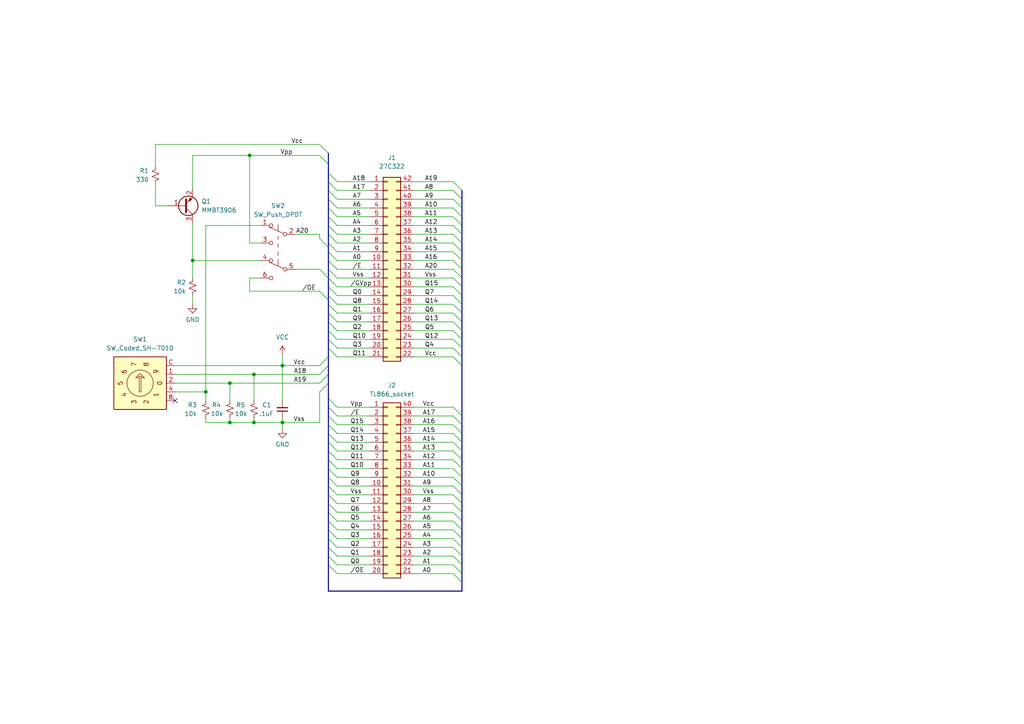
<source format=kicad_sch>
(kicad_sch (version 20211123) (generator eeschema)
  (paper "A4")
  (title_block (title "tl866 27C* adapter") (date "2023-02-17") (rev "4.0") (company "matei repair lab"))
  (lib_symbols
    (symbol "Connector_Generic:Conn_02x20_Counter_Clockwise" (pin_names (offset 1.016) hide)
      (property "Reference" "J" (at 1.27 25.4 0))
      (property "Value" "Conn_02x20_Counter_Clockwise" (at 1.27 -27.94 0))
      (symbol "Conn_02x20_Counter_Clockwise_1_1"
        (rectangle (start -1.27 -25.273) (end 0 -25.527) (stroke (width 0.1524)))
        (rectangle (start -1.27 -22.733) (end 0 -22.987) (stroke (width 0.1524)))
        (rectangle (start -1.27 -20.193) (end 0 -20.447) (stroke (width 0.1524)))
        (rectangle (start -1.27 -17.653) (end 0 -17.907) (stroke (width 0.1524)))
        (rectangle (start -1.27 -15.113) (end 0 -15.367) (stroke (width 0.1524)))
        (rectangle (start -1.27 -12.573) (end 0 -12.827) (stroke (width 0.1524)))
        (rectangle (start -1.27 -10.033) (end 0 -10.287) (stroke (width 0.1524)))
        (rectangle (start -1.27 -7.493) (end 0 -7.747) (stroke (width 0.1524)))
        (rectangle (start -1.27 -4.953) (end 0 -5.207) (stroke (width 0.1524)))
        (rectangle (start -1.27 -2.413) (end 0 -2.667) (stroke (width 0.1524)))
        (rectangle (start -1.27 0.127) (end 0 -0.127) (stroke (width 0.1524)))
        (rectangle (start -1.27 2.667) (end 0 2.413) (stroke (width 0.1524)))
        (rectangle (start -1.27 5.207) (end 0 4.953) (stroke (width 0.1524)))
        (rectangle (start -1.27 7.747) (end 0 7.493) (stroke (width 0.1524)))
        (rectangle (start -1.27 10.287) (end 0 10.033) (stroke (width 0.1524)))
        (rectangle (start -1.27 12.827) (end 0 12.573) (stroke (width 0.1524)))
        (rectangle (start -1.27 15.367) (end 0 15.113) (stroke (width 0.1524)))
        (rectangle (start -1.27 17.907) (end 0 17.653) (stroke (width 0.1524)))
        (rectangle (start -1.27 20.447) (end 0 20.193) (stroke (width 0.1524)))
        (rectangle (start -1.27 22.987) (end 0 22.733) (stroke (width 0.1524)))
        (rectangle (start -1.27 24.13) (end 3.81 -26.67) (stroke (width 0.254)) (fill (type background)))
        (rectangle (start 3.81 -25.273) (end 2.54 -25.527) (stroke (width 0.1524)))
        (rectangle (start 3.81 -22.733) (end 2.54 -22.987) (stroke (width 0.1524)))
        (rectangle (start 3.81 -20.193) (end 2.54 -20.447) (stroke (width 0.1524)))
        (rectangle (start 3.81 -17.653) (end 2.54 -17.907) (stroke (width 0.1524)))
        (rectangle (start 3.81 -15.113) (end 2.54 -15.367) (stroke (width 0.1524)))
        (rectangle (start 3.81 -12.573) (end 2.54 -12.827) (stroke (width 0.1524)))
        (rectangle (start 3.81 -10.033) (end 2.54 -10.287) (stroke (width 0.1524)))
        (rectangle (start 3.81 -7.493) (end 2.54 -7.747) (stroke (width 0.1524)))
        (rectangle (start 3.81 -4.953) (end 2.54 -5.207) (stroke (width 0.1524)))
        (rectangle (start 3.81 -2.413) (end 2.54 -2.667) (stroke (width 0.1524)))
        (rectangle (start 3.81 0.127) (end 2.54 -0.127) (stroke (width 0.1524)))
        (rectangle (start 3.81 2.667) (end 2.54 2.413) (stroke (width 0.1524)))
        (rectangle (start 3.81 5.207) (end 2.54 4.953) (stroke (width 0.1524)))
        (rectangle (start 3.81 7.747) (end 2.54 7.493) (stroke (width 0.1524)))
        (rectangle (start 3.81 10.287) (end 2.54 10.033) (stroke (width 0.1524)))
        (rectangle (start 3.81 12.827) (end 2.54 12.573) (stroke (width 0.1524)))
        (rectangle (start 3.81 15.367) (end 2.54 15.113) (stroke (width 0.1524)))
        (rectangle (start 3.81 17.907) (end 2.54 17.653) (stroke (width 0.1524)))
        (rectangle (start 3.81 20.447) (end 2.54 20.193) (stroke (width 0.1524)))
        (rectangle (start 3.81 22.987) (end 2.54 22.733) (stroke (width 0.1524)))
        (pin passive line (at -5.08 22.86 0) (length 3.81) (name "Pin_1") (number "1"))
        (pin passive line (at -5.08 0 0) (length 3.81) (name "Pin_10") (number "10"))
        (pin passive line (at -5.08 -2.54 0) (length 3.81) (name "Pin_11") (number "11"))
        (pin passive line (at -5.08 -5.08 0) (length 3.81) (name "Pin_12") (number "12"))
        (pin passive line (at -5.08 -7.62 0) (length 3.81) (name "Pin_13") (number "13"))
        (pin passive line (at -5.08 -10.16 0) (length 3.81) (name "Pin_14") (number "14"))
        (pin passive line (at -5.08 -12.7 0) (length 3.81) (name "Pin_15") (number "15"))
        (pin passive line (at -5.08 -15.24 0) (length 3.81) (name "Pin_16") (number "16"))
        (pin passive line (at -5.08 -17.78 0) (length 3.81) (name "Pin_17") (number "17"))
        (pin passive line (at -5.08 -20.32 0) (length 3.81) (name "Pin_18") (number "18"))
        (pin passive line (at -5.08 -22.86 0) (length 3.81) (name "Pin_19") (number "19"))
        (pin passive line (at -5.08 20.32 0) (length 3.81) (name "Pin_2") (number "2"))
        (pin passive line (at -5.08 -25.4 0) (length 3.81) (name "Pin_20") (number "20"))
        (pin passive line (at 7.62 -25.4 180) (length 3.81) (name "Pin_21") (number "21"))
        (pin passive line (at 7.62 -22.86 180) (length 3.81) (name "Pin_22") (number "22"))
        (pin passive line (at 7.62 -20.32 180) (length 3.81) (name "Pin_23") (number "23"))
        (pin passive line (at 7.62 -17.78 180) (length 3.81) (name "Pin_24") (number "24"))
        (pin passive line (at 7.62 -15.24 180) (length 3.81) (name "Pin_25") (number "25"))
        (pin passive line (at 7.62 -12.7 180) (length 3.81) (name "Pin_26") (number "26"))
        (pin passive line (at 7.62 -10.16 180) (length 3.81) (name "Pin_27") (number "27"))
        (pin passive line (at 7.62 -7.62 180) (length 3.81) (name "Pin_28") (number "28"))
        (pin passive line (at 7.62 -5.08 180) (length 3.81) (name "Pin_29") (number "29"))
        (pin passive line (at -5.08 17.78 0) (length 3.81) (name "Pin_3") (number "3"))
        (pin passive line (at 7.62 -2.54 180) (length 3.81) (name "Pin_30") (number "30"))
        (pin passive line (at 7.62 0 180) (length 3.81) (name "Pin_31") (number "31"))
        (pin passive line (at 7.62 2.54 180) (length 3.81) (name "Pin_32") (number "32"))
        (pin passive line (at 7.62 5.08 180) (length 3.81) (name "Pin_33") (number "33"))
        (pin passive line (at 7.62 7.62 180) (length 3.81) (name "Pin_34") (number "34"))
        (pin passive line (at 7.62 10.16 180) (length 3.81) (name "Pin_35") (number "35"))
        (pin passive line (at 7.62 12.7 180) (length 3.81) (name "Pin_36") (number "36"))
        (pin passive line (at 7.62 15.24 180) (length 3.81) (name "Pin_37") (number "37"))
        (pin passive line (at 7.62 17.78 180) (length 3.81) (name "Pin_38") (number "38"))
        (pin passive line (at 7.62 20.32 180) (length 3.81) (name "Pin_39") (number "39"))
        (pin passive line (at -5.08 15.24 0) (length 3.81) (name "Pin_4") (number "4"))
        (pin passive line (at 7.62 22.86 180) (length 3.81) (name "Pin_40") (number "40"))
        (pin passive line (at -5.08 12.7 0) (length 3.81) (name "Pin_5") (number "5"))
        (pin passive line (at -5.08 10.16 0) (length 3.81) (name "Pin_6") (number "6"))
        (pin passive line (at -5.08 7.62 0) (length 3.81) (name "Pin_7") (number "7"))
        (pin passive line (at -5.08 5.08 0) (length 3.81) (name "Pin_8") (number "8"))
        (pin passive line (at -5.08 2.54 0) (length 3.81) (name "Pin_9") (number "9"))
      )
    )
    (symbol "Connector_Generic:Conn_02x21_Counter_Clockwise" (pin_names (offset 1.016) hide)
      (property "Reference" "J" (at 1.27 27.94 0))
      (property "Value" "Conn_02x21_Counter_Clockwise" (at 1.27 -27.94 0))
      (symbol "Conn_02x21_Counter_Clockwise_1_1"
        (rectangle (start -1.27 -25.273) (end 0 -25.527) (stroke (width 0.1524)))
        (rectangle (start -1.27 -22.733) (end 0 -22.987) (stroke (width 0.1524)))
        (rectangle (start -1.27 -20.193) (end 0 -20.447) (stroke (width 0.1524)))
        (rectangle (start -1.27 -17.653) (end 0 -17.907) (stroke (width 0.1524)))
        (rectangle (start -1.27 -15.113) (end 0 -15.367) (stroke (width 0.1524)))
        (rectangle (start -1.27 -12.573) (end 0 -12.827) (stroke (width 0.1524)))
        (rectangle (start -1.27 -10.033) (end 0 -10.287) (stroke (width 0.1524)))
        (rectangle (start -1.27 -7.493) (end 0 -7.747) (stroke (width 0.1524)))
        (rectangle (start -1.27 -4.953) (end 0 -5.207) (stroke (width 0.1524)))
        (rectangle (start -1.27 -2.413) (end 0 -2.667) (stroke (width 0.1524)))
        (rectangle (start -1.27 0.127) (end 0 -0.127) (stroke (width 0.1524)))
        (rectangle (start -1.27 2.667) (end 0 2.413) (stroke (width 0.1524)))
        (rectangle (start -1.27 5.207) (end 0 4.953) (stroke (width 0.1524)))
        (rectangle (start -1.27 7.747) (end 0 7.493) (stroke (width 0.1524)))
        (rectangle (start -1.27 10.287) (end 0 10.033) (stroke (width 0.1524)))
        (rectangle (start -1.27 12.827) (end 0 12.573) (stroke (width 0.1524)))
        (rectangle (start -1.27 15.367) (end 0 15.113) (stroke (width 0.1524)))
        (rectangle (start -1.27 17.907) (end 0 17.653) (stroke (width 0.1524)))
        (rectangle (start -1.27 20.447) (end 0 20.193) (stroke (width 0.1524)))
        (rectangle (start -1.27 22.987) (end 0 22.733) (stroke (width 0.1524)))
        (rectangle (start -1.27 25.527) (end 0 25.273) (stroke (width 0.1524)))
        (rectangle (start -1.27 26.67) (end 3.81 -26.67) (stroke (width 0.254)) (fill (type background)))
        (rectangle (start 3.81 -25.273) (end 2.54 -25.527) (stroke (width 0.1524)))
        (rectangle (start 3.81 -22.733) (end 2.54 -22.987) (stroke (width 0.1524)))
        (rectangle (start 3.81 -20.193) (end 2.54 -20.447) (stroke (width 0.1524)))
        (rectangle (start 3.81 -17.653) (end 2.54 -17.907) (stroke (width 0.1524)))
        (rectangle (start 3.81 -15.113) (end 2.54 -15.367) (stroke (width 0.1524)))
        (rectangle (start 3.81 -12.573) (end 2.54 -12.827) (stroke (width 0.1524)))
        (rectangle (start 3.81 -10.033) (end 2.54 -10.287) (stroke (width 0.1524)))
        (rectangle (start 3.81 -7.493) (end 2.54 -7.747) (stroke (width 0.1524)))
        (rectangle (start 3.81 -4.953) (end 2.54 -5.207) (stroke (width 0.1524)))
        (rectangle (start 3.81 -2.413) (end 2.54 -2.667) (stroke (width 0.1524)))
        (rectangle (start 3.81 0.127) (end 2.54 -0.127) (stroke (width 0.1524)))
        (rectangle (start 3.81 2.667) (end 2.54 2.413) (stroke (width 0.1524)))
        (rectangle (start 3.81 5.207) (end 2.54 4.953) (stroke (width 0.1524)))
        (rectangle (start 3.81 7.747) (end 2.54 7.493) (stroke (width 0.1524)))
        (rectangle (start 3.81 10.287) (end 2.54 10.033) (stroke (width 0.1524)))
        (rectangle (start 3.81 12.827) (end 2.54 12.573) (stroke (width 0.1524)))
        (rectangle (start 3.81 15.367) (end 2.54 15.113) (stroke (width 0.1524)))
        (rectangle (start 3.81 17.907) (end 2.54 17.653) (stroke (width 0.1524)))
        (rectangle (start 3.81 20.447) (end 2.54 20.193) (stroke (width 0.1524)))
        (rectangle (start 3.81 22.987) (end 2.54 22.733) (stroke (width 0.1524)))
        (rectangle (start 3.81 25.527) (end 2.54 25.273) (stroke (width 0.1524)))
        (pin passive line (at -5.08 25.4 0) (length 3.81) (name "Pin_1") (number "1"))
        (pin passive line (at -5.08 2.54 0) (length 3.81) (name "Pin_10") (number "10"))
        (pin passive line (at -5.08 0 0) (length 3.81) (name "Pin_11") (number "11"))
        (pin passive line (at -5.08 -2.54 0) (length 3.81) (name "Pin_12") (number "12"))
        (pin passive line (at -5.08 -5.08 0) (length 3.81) (name "Pin_13") (number "13"))
        (pin passive line (at -5.08 -7.62 0) (length 3.81) (name "Pin_14") (number "14"))
        (pin passive line (at -5.08 -10.16 0) (length 3.81) (name "Pin_15") (number "15"))
        (pin passive line (at -5.08 -12.7 0) (length 3.81) (name "Pin_16") (number "16"))
        (pin passive line (at -5.08 -15.24 0) (length 3.81) (name "Pin_17") (number "17"))
        (pin passive line (at -5.08 -17.78 0) (length 3.81) (name "Pin_18") (number "18"))
        (pin passive line (at -5.08 -20.32 0) (length 3.81) (name "Pin_19") (number "19"))
        (pin passive line (at -5.08 22.86 0) (length 3.81) (name "Pin_2") (number "2"))
        (pin passive line (at -5.08 -22.86 0) (length 3.81) (name "Pin_20") (number "20"))
        (pin passive line (at -5.08 -25.4 0) (length 3.81) (name "Pin_21") (number "21"))
        (pin passive line (at 7.62 -25.4 180) (length 3.81) (name "Pin_22") (number "22"))
        (pin passive line (at 7.62 -22.86 180) (length 3.81) (name "Pin_23") (number "23"))
        (pin passive line (at 7.62 -20.32 180) (length 3.81) (name "Pin_24") (number "24"))
        (pin passive line (at 7.62 -17.78 180) (length 3.81) (name "Pin_25") (number "25"))
        (pin passive line (at 7.62 -15.24 180) (length 3.81) (name "Pin_26") (number "26"))
        (pin passive line (at 7.62 -12.7 180) (length 3.81) (name "Pin_27") (number "27"))
        (pin passive line (at 7.62 -10.16 180) (length 3.81) (name "Pin_28") (number "28"))
        (pin passive line (at 7.62 -7.62 180) (length 3.81) (name "Pin_29") (number "29"))
        (pin passive line (at -5.08 20.32 0) (length 3.81) (name "Pin_3") (number "3"))
        (pin passive line (at 7.62 -5.08 180) (length 3.81) (name "Pin_30") (number "30"))
        (pin passive line (at 7.62 -2.54 180) (length 3.81) (name "Pin_31") (number "31"))
        (pin passive line (at 7.62 0 180) (length 3.81) (name "Pin_32") (number "32"))
        (pin passive line (at 7.62 2.54 180) (length 3.81) (name "Pin_33") (number "33"))
        (pin passive line (at 7.62 5.08 180) (length 3.81) (name "Pin_34") (number "34"))
        (pin passive line (at 7.62 7.62 180) (length 3.81) (name "Pin_35") (number "35"))
        (pin passive line (at 7.62 10.16 180) (length 3.81) (name "Pin_36") (number "36"))
        (pin passive line (at 7.62 12.7 180) (length 3.81) (name "Pin_37") (number "37"))
        (pin passive line (at 7.62 15.24 180) (length 3.81) (name "Pin_38") (number "38"))
        (pin passive line (at 7.62 17.78 180) (length 3.81) (name "Pin_39") (number "39"))
        (pin passive line (at -5.08 17.78 0) (length 3.81) (name "Pin_4") (number "4"))
        (pin passive line (at 7.62 20.32 180) (length 3.81) (name "Pin_40") (number "40"))
        (pin passive line (at 7.62 22.86 180) (length 3.81) (name "Pin_41") (number "41"))
        (pin passive line (at 7.62 25.4 180) (length 3.81) (name "Pin_42") (number "42"))
        (pin passive line (at -5.08 15.24 0) (length 3.81) (name "Pin_5") (number "5"))
        (pin passive line (at -5.08 12.7 0) (length 3.81) (name "Pin_6") (number "6"))
        (pin passive line (at -5.08 10.16 0) (length 3.81) (name "Pin_7") (number "7"))
        (pin passive line (at -5.08 7.62 0) (length 3.81) (name "Pin_8") (number "8"))
        (pin passive line (at -5.08 5.08 0) (length 3.81) (name "Pin_9") (number "9"))
      )
    )
    (symbol "Device:C_Small" (pin_numbers hide) (pin_names (offset 0.254) hide)
      (property "Reference" "C" (at 0.254 1.778 0))
      (property "Value" "C_Small" (at 0.254 -2.032 0))
      (symbol "C_Small_0_1"
        (polyline (pts (xy -1.524 -0.508) (xy 1.524 -0.508)) (stroke (width 0.3302)))
        (polyline (pts (xy -1.524 0.508) (xy 1.524 0.508)) (stroke (width 0.3048)))
      )
      (symbol "C_Small_1_1"
        (pin passive line (at 0 2.54 270) (length 2.032) (name "~") (number "1"))
        (pin passive line (at 0 -2.54 90) (length 2.032) (name "~") (number "2"))
      )
    )
    (symbol "Device:Q_PNP_BEC" (pin_names (offset 0) hide)
      (property "Reference" "Q" (at 5.08 1.27 0))
      (property "Value" "Q_PNP_BEC" (at 5.08 -1.27 0))
      (symbol "Q_PNP_BEC_0_1"
        (polyline (pts (xy 0.635 0.635) (xy 2.54 2.54)))
        (polyline (pts (xy 0.635 -0.635) (xy 2.54 -2.54) (xy 2.54 -2.54)))
        (polyline (pts (xy 0.635 1.905) (xy 0.635 -1.905) (xy 0.635 -1.905)) (stroke (width 0.508)))
        (polyline (pts (xy 2.286 -1.778) (xy 1.778 -2.286) (xy 1.27 -1.27) (xy 2.286 -1.778) (xy 2.286 -1.778)) (fill (type outline)))
        (circle (center 1.27 0) (radius 2.8194) (stroke (width 0.254)))
      )
      (symbol "Q_PNP_BEC_1_1"
        (pin input line (at -5.08 0 0) (length 5.715) (name "B") (number "1"))
        (pin passive line (at 2.54 -5.08 90) (length 2.54) (name "E") (number "2"))
        (pin passive line (at 2.54 5.08 270) (length 2.54) (name "C") (number "3"))
      )
    )
    (symbol "Device:R_Small_US" (pin_numbers hide) (pin_names (offset 0.254) hide)
      (property "Reference" "R" (at 0.762 0.508 0))
      (property "Value" "R_Small_US" (at 0.762 -1.016 0))
      (symbol "R_Small_US_1_1"
        (polyline (pts (xy 0 0) (xy 1.016 -0.381) (xy 0 -0.762) (xy -1.016 -1.143) (xy 0 -1.524)))
        (polyline (pts (xy 0 1.524) (xy 1.016 1.143) (xy 0 0.762) (xy -1.016 0.381) (xy 0 0)))
        (pin passive line (at 0 2.54 270) (length 1.016) (name "~") (number "1"))
        (pin passive line (at 0 -2.54 90) (length 1.016) (name "~") (number "2"))
      )
    )
    (symbol "Switch:SW_Coded_SH-7010" (pin_names hide)
      (property "Reference" "SW" (at -7.62 8.89 0))
      (property "Value" "SW_Coded_SH-7010" (at -7.62 -8.89 0))
      (symbol "SW_Coded_SH-7010_0_0"
        (text "0" (at 5.715 0 2700) (effects (font (size 1.27 1.27))))
        (text "1" (at 4.6228 -3.3528 2340) (effects (font (size 1.27 1.27))))
        (text "2" (at 1.778 -5.4356 1980) (effects (font (size 1.27 1.27))))
        (text "3" (at -1.778 -5.4356 1620) (effects (font (size 1.27 1.27))))
        (text "4" (at -4.6228 -3.3528 1260) (effects (font (size 1.27 1.27))))
        (text "5" (at -5.715 0 900) (effects (font (size 1.27 1.27))))
        (text "6" (at -4.6228 3.3528 540) (effects (font (size 1.27 1.27))))
        (text "7" (at -1.778 5.4356 180) (effects (font (size 1.27 1.27))))
        (text "8" (at 1.778 5.4356 3420) (effects (font (size 1.27 1.27))))
        (text "9" (at 4.6228 3.3528 3060) (effects (font (size 1.27 1.27))))
      )
      (symbol "SW_Coded_SH-7010_0_1"
        (polyline (pts (xy -0.254 -2.54) (xy -0.254 2.032) (xy -0.762 1.524) (xy -1.27 1.524) (xy 0 2.794) (xy 1.27 1.524) (xy 0.762 1.524) (xy 0.254 2.032) (xy 0.254 -2.54) (xy -0.254 -2.54) (xy -0.254 -2.54)))
        (circle (center 0 0) (radius 3.81))
        (rectangle (start 7.62 7.62) (end -7.62 -7.62) (stroke (width 0.254)) (fill (type background)))
      )
      (symbol "SW_Coded_SH-7010_1_1"
        (pin passive line (at 10.16 2.54 180) (length 2.54) (name "1") (number "1"))
        (pin passive line (at 10.16 0 180) (length 2.54) (name "2") (number "2"))
        (pin passive line (at 10.16 -2.54 180) (length 2.54) (name "4") (number "4"))
        (pin passive line (at 10.16 -5.08 180) (length 2.54) (name "8") (number "8"))
        (pin passive line (at 10.16 5.08 180) (length 2.54) (name "C") (number "C"))
      )
    )
    (symbol "Switch:SW_Push_DPDT" (pin_names (offset 0) hide)
      (property "Reference" "SW" (at 0 8.89 0))
      (property "Value" "SW_Push_DPDT" (at 0 -10.16 0))
      (symbol "SW_Push_DPDT_0_0"
        (circle (center -2.032 -5.08) (radius 0.508))
        (circle (center -2.032 5.08) (radius 0.508))
        (circle (center 2.032 -7.62) (radius 0.508))
        (circle (center 2.032 2.54) (radius 0.508))
      )
      (symbol "SW_Push_DPDT_0_1"
        (polyline (pts (xy -1.524 -4.826) (xy 2.54 -3.048)))
        (polyline (pts (xy -1.524 5.334) (xy 2.54 7.112)))
        (polyline (pts (xy 0 -2.286) (xy 0 -4.064)))
        (polyline (pts (xy 0 -1.016) (xy 0 0)))
        (polyline (pts (xy 0 1.27) (xy 0 2.286)))
        (polyline (pts (xy 0 3.556) (xy 0 4.572)))
        (polyline (pts (xy 0 7.874) (xy 0 6.096)))
        (circle (center 2.032 -2.54) (radius 0.508))
        (circle (center 2.032 7.62) (radius 0.508))
      )
      (symbol "SW_Push_DPDT_1_1"
        (pin passive line (at 5.08 7.62 180) (length 2.54) (name "A") (number "1"))
        (pin passive line (at -5.08 5.08 0) (length 2.54) (name "B") (number "2"))
        (pin passive line (at 5.08 2.54 180) (length 2.54) (name "C") (number "3"))
        (pin passive line (at 5.08 -2.54 180) (length 2.54) (name "A") (number "4"))
        (pin passive line (at -5.08 -5.08 0) (length 2.54) (name "B") (number "5"))
        (pin passive line (at 5.08 -7.62 180) (length 2.54) (name "C") (number "6"))
      )
    )
    (symbol "power:GND" (power) (pin_names (offset 0))
      (property "Value" "GND" (at 0 -3.81 0))
      (symbol "GND_0_1"
        (polyline (pts (xy 0 0) (xy 0 -1.27) (xy 1.27 -1.27) (xy 0 -2.54) (xy -1.27 -1.27) (xy 0 -1.27)))
      )
      (symbol "GND_1_1"
        (pin power_in line (at 0 0 270) (length 0) hide (name "GND") (number "1"))
      )
    )
    (symbol "power:VCC" (power) (pin_names (offset 0))
      (property "Value" "VCC" (at 0 3.81 0))
      (symbol "VCC_0_1"
        (polyline (pts (xy -0.762 1.27) (xy 0 2.54)))
        (polyline (pts (xy 0 0) (xy 0 2.54)))
        (polyline (pts (xy 0 2.54) (xy 0.762 1.27)))
      )
      (symbol "VCC_1_1"
        (pin power_in line (at 0 0 90) (length 0) hide (name "VCC") (number "1"))
      )
    )
  )
  (junction (at 55.88 75.565))
  (junction (at 66.675 122.555))
  (junction (at 73.66 108.585))
  (junction (at 66.675 111.125))
  (junction (at 72.39 45.085))
  (junction (at 59.69 113.665))
  (junction (at 81.915 122.555))
  (junction (at 73.66 122.555))
  (junction (at 81.915 106.045))
  (no_connect (at 50.8 116.205))
  (bus_entry (at 95.25 106.045) (size -2.54 2.54))
  (bus_entry (at 95.25 103.505) (size -2.54 2.54))
  (bus_entry (at 95.25 108.585) (size -2.54 2.54))
  (bus_entry (at 131.445 163.83) (size 2.54 2.54))
  (bus_entry (at 131.445 161.29) (size 2.54 2.54))
  (bus_entry (at 131.445 166.37) (size 2.54 2.54))
  (bus_entry (at 131.445 120.65) (size 2.54 2.54))
  (bus_entry (at 131.445 118.11) (size 2.54 2.54))
  (bus_entry (at 131.445 140.97) (size 2.54 2.54))
  (bus_entry (at 131.445 138.43) (size 2.54 2.54))
  (bus_entry (at 131.445 130.81) (size 2.54 2.54))
  (bus_entry (at 131.445 135.89) (size 2.54 2.54))
  (bus_entry (at 131.445 133.35) (size 2.54 2.54))
  (bus_entry (at 131.445 143.51) (size 2.54 2.54))
  (bus_entry (at 131.445 151.13) (size 2.54 2.54))
  (bus_entry (at 131.445 146.05) (size 2.54 2.54))
  (bus_entry (at 131.445 148.59) (size 2.54 2.54))
  (bus_entry (at 131.445 153.67) (size 2.54 2.54))
  (bus_entry (at 131.445 156.21) (size 2.54 2.54))
  (bus_entry (at 131.445 158.75) (size 2.54 2.54))
  (bus_entry (at 131.445 123.19) (size 2.54 2.54))
  (bus_entry (at 131.445 125.73) (size 2.54 2.54))
  (bus_entry (at 131.445 128.27) (size 2.54 2.54))
  (bus_entry (at 92.71 69.215) (size 2.54 2.54))
  (bus_entry (at 97.79 156.21) (size -2.54 -2.54))
  (bus_entry (at 97.79 153.67) (size -2.54 -2.54))
  (bus_entry (at 97.79 146.05) (size -2.54 -2.54))
  (bus_entry (at 97.79 148.59) (size -2.54 -2.54))
  (bus_entry (at 97.79 151.13) (size -2.54 -2.54))
  (bus_entry (at 97.79 140.97) (size -2.54 -2.54))
  (bus_entry (at 97.79 143.51) (size -2.54 -2.54))
  (bus_entry (at 97.79 138.43) (size -2.54 -2.54))
  (bus_entry (at 97.79 130.81) (size -2.54 -2.54))
  (bus_entry (at 97.79 133.35) (size -2.54 -2.54))
  (bus_entry (at 97.79 125.73) (size -2.54 -2.54))
  (bus_entry (at 97.79 128.27) (size -2.54 -2.54))
  (bus_entry (at 97.79 135.89) (size -2.54 -2.54))
  (bus_entry (at 97.79 123.19) (size -2.54 -2.54))
  (bus_entry (at 97.79 118.11) (size -2.54 -2.54))
  (bus_entry (at 97.79 120.65) (size -2.54 -2.54))
  (bus_entry (at 95.25 111.125) (size -2.54 2.54))
  (bus_entry (at 92.71 41.91) (size 2.54 2.54))
  (bus_entry (at 92.71 45.085) (size 2.54 2.54))
  (bus_entry (at 131.445 65.405) (size 2.54 2.54))
  (bus_entry (at 131.445 60.325) (size 2.54 2.54))
  (bus_entry (at 131.445 62.865) (size 2.54 2.54))
  (bus_entry (at 131.445 70.485) (size 2.54 2.54))
  (bus_entry (at 131.445 67.945) (size 2.54 2.54))
  (bus_entry (at 131.445 73.025) (size 2.54 2.54))
  (bus_entry (at 131.445 57.785) (size 2.54 2.54))
  (bus_entry (at 131.445 55.245) (size 2.54 2.54))
  (bus_entry (at 131.445 78.105) (size 2.54 2.54))
  (bus_entry (at 131.445 75.565) (size 2.54 2.54))
  (bus_entry (at 131.445 80.645) (size 2.54 2.54))
  (bus_entry (at 131.445 83.185) (size 2.54 2.54))
  (bus_entry (at 92.71 84.455) (size 2.54 2.54))
  (bus_entry (at 97.79 60.325) (size -2.54 -2.54))
  (bus_entry (at 97.79 55.245) (size -2.54 -2.54))
  (bus_entry (at 97.79 57.785) (size -2.54 -2.54))
  (bus_entry (at 97.79 62.865) (size -2.54 -2.54))
  (bus_entry (at 97.79 65.405) (size -2.54 -2.54))
  (bus_entry (at 97.79 67.945) (size -2.54 -2.54))
  (bus_entry (at 97.79 98.425) (size -2.54 -2.54))
  (bus_entry (at 97.79 78.105) (size -2.54 -2.54))
  (bus_entry (at 97.79 80.645) (size -2.54 -2.54))
  (bus_entry (at 97.79 75.565) (size -2.54 -2.54))
  (bus_entry (at 97.79 73.025) (size -2.54 -2.54))
  (bus_entry (at 97.79 70.485) (size -2.54 -2.54))
  (bus_entry (at 131.445 90.805) (size 2.54 2.54))
  (bus_entry (at 131.445 93.345) (size 2.54 2.54))
  (bus_entry (at 131.445 88.265) (size 2.54 2.54))
  (bus_entry (at 131.445 95.885) (size 2.54 2.54))
  (bus_entry (at 131.445 100.965) (size 2.54 2.54))
  (bus_entry (at 131.445 98.425) (size 2.54 2.54))
  (bus_entry (at 131.445 85.725) (size 2.54 2.54))
  (bus_entry (at 97.79 158.75) (size -2.54 -2.54))
  (bus_entry (at 97.79 161.29) (size -2.54 -2.54))
  (bus_entry (at 97.79 166.37) (size -2.54 -2.54))
  (bus_entry (at 97.79 163.83) (size -2.54 -2.54))
  (bus_entry (at 131.445 103.505) (size 2.54 2.54))
  (bus_entry (at 97.79 103.505) (size -2.54 -2.54))
  (bus_entry (at 97.79 100.965) (size -2.54 -2.54))
  (bus_entry (at 97.79 85.725) (size -2.54 -2.54))
  (bus_entry (at 97.79 90.805) (size -2.54 -2.54))
  (bus_entry (at 97.79 88.265) (size -2.54 -2.54))
  (bus_entry (at 97.79 95.885) (size -2.54 -2.54))
  (bus_entry (at 97.79 93.345) (size -2.54 -2.54))
  (bus_entry (at 131.445 52.705) (size 2.54 2.54))
  (bus_entry (at 97.79 52.705) (size -2.54 -2.54))
  (wire (pts (xy 59.69 122.555) (xy 59.69 121.285)))
  (wire (pts (xy 97.79 90.805) (xy 107.315 90.805)))
  (bus (pts (xy 133.985 60.325) (xy 133.985 62.865)))
  (wire (pts (xy 85.725 78.105) (xy 92.71 78.105)))
  (bus (pts (xy 133.985 62.865) (xy 133.985 65.405)))
  (bus (pts (xy 133.985 80.645) (xy 133.985 83.185)))
  (wire (pts (xy 97.79 88.265) (xy 107.315 88.265)))
  (bus (pts (xy 133.985 100.965) (xy 133.985 103.505)))
  (wire (pts (xy 72.39 45.085) (xy 55.88 45.085)))
  (wire (pts (xy 120.015 60.325) (xy 131.445 60.325)))
  (bus (pts (xy 133.985 148.59) (xy 133.985 151.13)))
  (bus (pts (xy 95.25 128.27) (xy 95.25 130.81)))
  (wire (pts (xy 120.015 100.965) (xy 131.445 100.965)))
  (bus (pts (xy 95.25 50.165) (xy 95.25 52.705)))
  (bus (pts (xy 95.25 115.57) (xy 95.25 118.11)))
  (bus (pts (xy 95.25 118.11) (xy 95.25 120.65)))
  (wire (pts (xy 92.71 122.555) (xy 81.915 122.555)))
  (bus (pts (xy 133.985 120.65) (xy 133.985 123.19)))
  (wire (pts (xy 120.015 70.485) (xy 131.445 70.485)))
  (wire (pts (xy 72.39 84.455) (xy 92.71 84.455)))
  (wire (pts (xy 81.915 106.045) (xy 92.71 106.045)))
  (bus (pts (xy 133.985 67.945) (xy 133.985 70.485)))
  (wire (pts (xy 92.71 41.91) (xy 45.085 41.91)))
  (wire (pts (xy 97.79 143.51) (xy 107.315 143.51)))
  (wire (pts (xy 120.015 143.51) (xy 131.445 143.51)))
  (bus (pts (xy 95.25 151.13) (xy 95.25 153.67)))
  (bus (pts (xy 95.25 125.73) (xy 95.25 128.27)))
  (wire (pts (xy 75.565 80.645) (xy 72.39 80.645)))
  (wire (pts (xy 120.015 120.65) (xy 131.445 120.65)))
  (wire (pts (xy 72.39 80.645) (xy 72.39 84.455)))
  (wire (pts (xy 97.79 60.325) (xy 107.315 60.325)))
  (wire (pts (xy 120.015 166.37) (xy 131.445 166.37)))
  (wire (pts (xy 73.66 108.585) (xy 73.66 116.205)))
  (wire (pts (xy 120.015 78.105) (xy 131.445 78.105)))
  (wire (pts (xy 97.79 166.37) (xy 107.315 166.37)))
  (bus (pts (xy 133.985 133.35) (xy 133.985 135.89)))
  (wire (pts (xy 120.015 151.13) (xy 131.445 151.13)))
  (bus (pts (xy 133.985 90.805) (xy 133.985 93.345)))
  (bus (pts (xy 133.985 106.045) (xy 133.985 120.65)))
  (wire (pts (xy 97.79 120.65) (xy 107.315 120.65)))
  (bus (pts (xy 133.985 88.265) (xy 133.985 90.805)))
  (wire (pts (xy 120.015 118.11) (xy 131.445 118.11)))
  (wire (pts (xy 120.015 52.705) (xy 131.445 52.705)))
  (bus (pts (xy 95.25 57.785) (xy 95.25 60.325)))
  (bus (pts (xy 133.985 93.345) (xy 133.985 95.885)))
  (bus (pts (xy 95.25 55.245) (xy 95.25 57.785)))
  (wire (pts (xy 120.015 75.565) (xy 131.445 75.565)))
  (wire (pts (xy 97.79 158.75) (xy 107.315 158.75)))
  (wire (pts (xy 120.015 73.025) (xy 131.445 73.025)))
  (bus (pts (xy 133.985 138.43) (xy 133.985 140.97)))
  (bus (pts (xy 95.25 133.35) (xy 95.25 135.89)))
  (wire (pts (xy 120.015 128.27) (xy 131.445 128.27)))
  (wire (pts (xy 73.66 122.555) (xy 66.675 122.555)))
  (bus (pts (xy 133.985 55.245) (xy 133.985 57.785)))
  (wire (pts (xy 97.79 98.425) (xy 107.315 98.425)))
  (wire (pts (xy 120.015 95.885) (xy 131.445 95.885)))
  (wire (pts (xy 92.71 45.085) (xy 72.39 45.085)))
  (bus (pts (xy 133.985 85.725) (xy 133.985 88.265)))
  (wire (pts (xy 97.79 148.59) (xy 107.315 148.59)))
  (wire (pts (xy 120.015 135.89) (xy 131.445 135.89)))
  (bus (pts (xy 133.985 78.105) (xy 133.985 80.645)))
  (wire (pts (xy 97.79 70.485) (xy 107.315 70.485)))
  (wire (pts (xy 120.015 67.945) (xy 131.445 67.945)))
  (wire (pts (xy 97.79 130.81) (xy 107.315 130.81)))
  (bus (pts (xy 133.985 73.025) (xy 133.985 75.565)))
  (bus (pts (xy 133.985 171.45) (xy 95.25 171.45)))
  (wire (pts (xy 97.79 80.645) (xy 107.315 80.645)))
  (wire (pts (xy 120.015 93.345) (xy 131.445 93.345)))
  (bus (pts (xy 95.25 146.05) (xy 95.25 148.59)))
  (wire (pts (xy 97.79 83.185) (xy 107.315 83.185)))
  (wire (pts (xy 120.015 98.425) (xy 131.445 98.425)))
  (wire (pts (xy 120.015 88.265) (xy 131.445 88.265)))
  (wire (pts (xy 97.79 123.19) (xy 107.315 123.19)))
  (wire (pts (xy 97.79 163.83) (xy 107.315 163.83)))
  (wire (pts (xy 120.015 163.83) (xy 131.445 163.83)))
  (wire (pts (xy 66.675 111.125) (xy 92.71 111.125)))
  (wire (pts (xy 97.79 67.945) (xy 107.315 67.945)))
  (wire (pts (xy 120.015 161.29) (xy 131.445 161.29)))
  (wire (pts (xy 75.565 70.485) (xy 72.39 70.485)))
  (bus (pts (xy 133.985 166.37) (xy 133.985 168.91)))
  (wire (pts (xy 120.015 62.865) (xy 131.445 62.865)))
  (wire (pts (xy 120.015 55.245) (xy 131.445 55.245)))
  (bus (pts (xy 95.25 153.67) (xy 95.25 156.21)))
  (bus (pts (xy 133.985 151.13) (xy 133.985 153.67)))
  (wire (pts (xy 85.725 67.945) (xy 92.71 67.945)))
  (bus (pts (xy 95.25 78.105) (xy 95.25 83.185)))
  (bus (pts (xy 95.25 62.865) (xy 95.25 65.405)))
  (wire (pts (xy 120.015 83.185) (xy 131.445 83.185)))
  (wire (pts (xy 50.8 113.665) (xy 59.69 113.665)))
  (bus (pts (xy 95.25 135.89) (xy 95.25 138.43)))
  (wire (pts (xy 92.71 67.945) (xy 92.71 69.215)))
  (wire (pts (xy 97.79 55.245) (xy 107.315 55.245)))
  (bus (pts (xy 133.985 70.485) (xy 133.985 73.025)))
  (bus (pts (xy 133.985 161.29) (xy 133.985 163.83)))
  (wire (pts (xy 92.71 113.665) (xy 92.71 122.555)))
  (wire (pts (xy 120.015 138.43) (xy 131.445 138.43)))
  (bus (pts (xy 133.985 75.565) (xy 133.985 78.105)))
  (wire (pts (xy 97.79 73.025) (xy 107.315 73.025)))
  (bus (pts (xy 133.985 95.885) (xy 133.985 98.425)))
  (wire (pts (xy 81.915 121.285) (xy 81.915 122.555)))
  (wire (pts (xy 97.79 146.05) (xy 107.315 146.05)))
  (wire (pts (xy 120.015 130.81) (xy 131.445 130.81)))
  (bus (pts (xy 133.985 168.91) (xy 133.985 171.45)))
  (wire (pts (xy 120.015 156.21) (xy 131.445 156.21)))
  (wire (pts (xy 55.88 64.77) (xy 55.88 75.565)))
  (bus (pts (xy 95.25 130.81) (xy 95.25 133.35)))
  (wire (pts (xy 45.085 53.34) (xy 45.085 59.69)))
  (wire (pts (xy 81.915 102.87) (xy 81.915 106.045)))
  (bus (pts (xy 133.985 130.81) (xy 133.985 133.35)))
  (bus (pts (xy 95.25 138.43) (xy 95.25 140.97)))
  (wire (pts (xy 55.88 85.725) (xy 55.88 88.265)))
  (bus (pts (xy 95.25 111.125) (xy 95.25 115.57)))
  (wire (pts (xy 66.675 111.125) (xy 66.675 116.205)))
  (wire (pts (xy 97.79 57.785) (xy 107.315 57.785)))
  (bus (pts (xy 95.25 60.325) (xy 95.25 62.865)))
  (bus (pts (xy 95.25 86.995) (xy 95.25 88.265)))
  (bus (pts (xy 95.25 163.83) (xy 95.25 171.45)))
  (wire (pts (xy 97.79 133.35) (xy 107.315 133.35)))
  (bus (pts (xy 95.25 88.265) (xy 95.25 90.805)))
  (wire (pts (xy 50.8 106.045) (xy 81.915 106.045)))
  (wire (pts (xy 81.915 106.045) (xy 81.915 116.205)))
  (wire (pts (xy 73.66 121.285) (xy 73.66 122.555)))
  (wire (pts (xy 97.79 78.105) (xy 107.315 78.105)))
  (bus (pts (xy 95.25 70.485) (xy 95.25 71.755)))
  (wire (pts (xy 120.015 148.59) (xy 131.445 148.59)))
  (wire (pts (xy 120.015 80.645) (xy 131.445 80.645)))
  (bus (pts (xy 133.985 125.73) (xy 133.985 128.27)))
  (wire (pts (xy 120.015 123.19) (xy 131.445 123.19)))
  (wire (pts (xy 97.79 95.885) (xy 107.315 95.885)))
  (wire (pts (xy 97.79 140.97) (xy 107.315 140.97)))
  (bus (pts (xy 95.25 106.045) (xy 95.25 108.585)))
  (bus (pts (xy 95.25 73.025) (xy 95.25 75.565)))
  (bus (pts (xy 95.25 67.945) (xy 95.25 70.485)))
  (wire (pts (xy 72.39 70.485) (xy 72.39 45.085)))
  (bus (pts (xy 95.25 95.885) (xy 95.25 98.425)))
  (wire (pts (xy 45.085 59.69) (xy 48.26 59.69)))
  (wire (pts (xy 97.79 125.73) (xy 107.315 125.73)))
  (bus (pts (xy 95.25 120.65) (xy 95.25 123.19)))
  (bus (pts (xy 133.985 163.83) (xy 133.985 166.37)))
  (wire (pts (xy 66.675 122.555) (xy 59.69 122.555)))
  (wire (pts (xy 120.015 57.785) (xy 131.445 57.785)))
  (bus (pts (xy 133.985 98.425) (xy 133.985 100.965)))
  (bus (pts (xy 133.985 156.21) (xy 133.985 158.75)))
  (wire (pts (xy 55.88 45.085) (xy 55.88 54.61)))
  (bus (pts (xy 133.985 65.405) (xy 133.985 67.945)))
  (wire (pts (xy 66.675 121.285) (xy 66.675 122.555)))
  (wire (pts (xy 81.915 122.555) (xy 73.66 122.555)))
  (bus (pts (xy 95.25 90.805) (xy 95.25 93.345)))
  (bus (pts (xy 95.25 75.565) (xy 95.25 78.105)))
  (bus (pts (xy 95.25 98.425) (xy 95.25 100.965)))
  (wire (pts (xy 120.015 65.405) (xy 131.445 65.405)))
  (wire (pts (xy 97.79 135.89) (xy 107.315 135.89)))
  (wire (pts (xy 97.79 75.565) (xy 107.315 75.565)))
  (wire (pts (xy 50.8 111.125) (xy 66.675 111.125)))
  (wire (pts (xy 97.79 103.505) (xy 107.315 103.505)))
  (bus (pts (xy 95.25 103.505) (xy 95.25 106.045)))
  (bus (pts (xy 133.985 57.785) (xy 133.985 60.325)))
  (wire (pts (xy 55.88 75.565) (xy 55.88 80.645)))
  (wire (pts (xy 97.79 52.705) (xy 107.315 52.705)))
  (wire (pts (xy 59.69 65.405) (xy 75.565 65.405)))
  (bus (pts (xy 95.25 161.29) (xy 95.25 163.83)))
  (bus (pts (xy 95.25 108.585) (xy 95.25 111.125)))
  (wire (pts (xy 120.015 125.73) (xy 131.445 125.73)))
  (wire (pts (xy 97.79 65.405) (xy 107.315 65.405)))
  (bus (pts (xy 95.25 47.625) (xy 95.25 50.165)))
  (wire (pts (xy 97.79 85.725) (xy 107.315 85.725)))
  (bus (pts (xy 133.985 135.89) (xy 133.985 138.43)))
  (wire (pts (xy 55.88 75.565) (xy 75.565 75.565)))
  (bus (pts (xy 133.985 140.97) (xy 133.985 143.51)))
  (bus (pts (xy 133.985 128.27) (xy 133.985 130.81)))
  (wire (pts (xy 97.79 156.21) (xy 107.315 156.21)))
  (bus (pts (xy 95.25 83.185) (xy 95.25 85.725)))
  (wire (pts (xy 120.015 158.75) (xy 131.445 158.75)))
  (wire (pts (xy 59.69 113.665) (xy 59.69 116.205)))
  (bus (pts (xy 95.25 156.21) (xy 95.25 158.75)))
  (bus (pts (xy 95.25 100.965) (xy 95.25 103.505)))
  (bus (pts (xy 95.25 93.345) (xy 95.25 95.885)))
  (bus (pts (xy 133.985 153.67) (xy 133.985 156.21)))
  (bus (pts (xy 95.25 65.405) (xy 95.25 67.945)))
  (wire (pts (xy 97.79 118.11) (xy 107.315 118.11)))
  (wire (pts (xy 50.8 108.585) (xy 73.66 108.585)))
  (wire (pts (xy 120.015 140.97) (xy 131.445 140.97)))
  (wire (pts (xy 73.66 108.585) (xy 92.71 108.585)))
  (wire (pts (xy 97.79 153.67) (xy 107.315 153.67)))
  (wire (pts (xy 59.69 113.665) (xy 59.69 65.405)))
  (wire (pts (xy 120.015 103.505) (xy 131.445 103.505)))
  (wire (pts (xy 120.015 90.805) (xy 131.445 90.805)))
  (wire (pts (xy 120.015 153.67) (xy 131.445 153.67)))
  (bus (pts (xy 95.25 140.97) (xy 95.25 143.51)))
  (wire (pts (xy 97.79 62.865) (xy 107.315 62.865)))
  (bus (pts (xy 133.985 123.19) (xy 133.985 125.73)))
  (bus (pts (xy 133.985 158.75) (xy 133.985 161.29)))
  (wire (pts (xy 97.79 100.965) (xy 107.315 100.965)))
  (bus (pts (xy 95.25 52.705) (xy 95.25 55.245)))
  (wire (pts (xy 97.79 93.345) (xy 107.315 93.345)))
  (bus (pts (xy 95.25 148.59) (xy 95.25 151.13)))
  (wire (pts (xy 92.71 78.105) (xy 97.79 83.185)))
  (bus (pts (xy 133.985 146.05) (xy 133.985 148.59)))
  (bus (pts (xy 95.25 158.75) (xy 95.25 161.29)))
  (bus (pts (xy 95.25 143.51) (xy 95.25 146.05)))
  (wire (pts (xy 120.015 85.725) (xy 131.445 85.725)))
  (bus (pts (xy 133.985 143.51) (xy 133.985 146.05)))
  (bus (pts (xy 95.25 85.725) (xy 95.25 86.995)))
  (wire (pts (xy 97.79 151.13) (xy 107.315 151.13)))
  (bus (pts (xy 95.25 71.755) (xy 95.25 73.025)))
  (wire (pts (xy 120.015 146.05) (xy 131.445 146.05)))
  (wire (pts (xy 97.79 161.29) (xy 107.315 161.29)))
  (wire (pts (xy 45.085 41.91) (xy 45.085 48.26)))
  (bus (pts (xy 95.25 44.45) (xy 95.25 47.625)))
  (wire (pts (xy 120.015 133.35) (xy 131.445 133.35)))
  (bus (pts (xy 95.25 123.19) (xy 95.25 125.73)))
  (wire (pts (xy 97.79 138.43) (xy 107.315 138.43)))
  (bus (pts (xy 133.985 103.505) (xy 133.985 106.045)))
  (wire (pts (xy 81.915 122.555) (xy 81.915 124.46)))
  (wire (pts (xy 97.79 128.27) (xy 107.315 128.27)))
  (bus (pts (xy 133.985 83.185) (xy 133.985 85.725)))
  (label "Q6" (at 101.6 148.59 0))
  (label "Q3" (at 102.235 100.965 0))
  (label "A7" (at 122.555 148.59 0))
  (label "A6" (at 102.235 60.325 0))
  (label "Vss" (at 102.235 80.645 0))
  (label "A12" (at 122.555 133.35 0))
  (label "A11" (at 122.555 135.89 0))
  (label "A9" (at 122.555 140.97 0))
  (label "A13" (at 122.555 130.81 0))
  (label "A3" (at 102.235 67.945 0))
  (label "Q4" (at 101.6 153.67 0))
  (label "A8" (at 122.555 146.05 0))
  (label "A2" (at 102.235 70.485 0))
  (label "A10" (at 122.555 138.43 0))
  (label "Q5" (at 123.19 95.885 0))
  (label "Q1" (at 101.6 161.29 0))
  (label "Q12" (at 101.6 130.81 0))
  (label "Q15" (at 123.19 83.185 0))
  (label "Q9" (at 102.235 93.345 0))
  (label "{slash}E" (at 101.6 120.65 0))
  (label "A7" (at 102.235 57.785 0))
  (label "A14" (at 122.555 128.27 0))
  (label "A4" (at 122.555 156.21 0))
  (label "A14" (at 123.19 70.485 0))
  (label "A19" (at 123.19 52.705 0))
  (label "Q11" (at 102.235 103.505 0))
  (label "A10" (at 123.19 60.325 0))
  (label "Vcc" (at 85.09 106.045 0))
  (label "Q15" (at 101.6 123.19 0))
  (label "A17" (at 102.235 55.245 0))
  (label "A16" (at 122.555 123.19 0))
  (label "Q10" (at 101.6 135.89 0))
  (label "A17" (at 122.555 120.65 0))
  (label "A13" (at 123.19 67.945 0))
  (label "A20" (at 89.535 67.945 180))
  (label "Vss" (at 123.19 80.645 0))
  (label "A15" (at 122.555 125.73 0))
  (label "{slash}GVpp" (at 101.6 83.185 0))
  (label "Q8" (at 102.235 88.265 0))
  (label "Q0" (at 102.235 85.725 0))
  (label "A18" (at 102.235 52.705 0))
  (label "Q7" (at 101.6 146.05 0))
  (label "Q0" (at 101.6 163.83 0))
  (label "Vss" (at 122.555 143.51 0))
  (label "A1" (at 102.235 73.025 0))
  (label "Q14" (at 123.19 88.265 0))
  (label "Q4" (at 123.19 100.965 0))
  (label "Q11" (at 101.6 133.35 0))
  (label "Vcc" (at 122.555 118.11 0))
  (label "A9" (at 123.19 57.785 0))
  (label "Q8" (at 101.6 140.97 0))
  (label "Q2" (at 102.235 95.885 0))
  (label "Q12" (at 123.19 98.425 0))
  (label "{slash}E" (at 102.235 78.105 0))
  (label "Q1" (at 102.235 90.805 0))
  (label "Q5" (at 101.6 151.13 0))
  (label "Q13" (at 123.19 93.345 0))
  (label "Vss" (at 85.09 122.555 0))
  (label "A6" (at 122.555 151.13 0))
  (label "A0" (at 122.555 166.37 0))
  (label "A2" (at 122.555 161.29 0))
  (label "Vpp" (at 101.6 118.11 0))
  (label "{slash}OE" (at 87.63 84.455 0))
  (label "Vcc" (at 84.455 41.91 0))
  (label "A5" (at 122.555 153.67 0))
  (label "A8" (at 123.19 55.245 0))
  (label "A11" (at 123.19 62.865 0))
  (label "A4" (at 102.235 65.405 0))
  (label "Vpp" (at 81.28 45.085 0))
  (label "A18" (at 88.9 108.585 180))
  (label "A16" (at 123.19 75.565 0))
  (label "Q6" (at 123.19 90.805 0))
  (label "A19" (at 88.9 111.125 180))
  (label "Q3" (at 101.6 156.21 0))
  (label "A20" (at 123.19 78.105 0))
  (label "Q14" (at 101.6 125.73 0))
  (label "Q7" (at 123.19 85.725 0))
  (label "Vss" (at 101.6 143.51 0))
  (label "Q13" (at 101.6 128.27 0))
  (label "A12" (at 123.19 65.405 0))
  (label "A3" (at 122.555 158.75 0))
  (label "{slash}OE" (at 101.6 166.37 0))
  (label "A5" (at 102.235 62.865 0))
  (label "Vcc" (at 123.19 103.505 0))
  (label "Q9" (at 101.6 138.43 0))
  (label "A15" (at 123.19 73.025 0))
  (label "Q2" (at 101.6 158.75 0))
  (label "Q10" (at 102.235 98.425 0))
  (label "A1" (at 122.555 163.83 0))
  (label "A0" (at 102.235 75.565 0))
  (symbol (lib_id "Device:R_Small_US") (at 55.88 83.185 0) (mirror x) (unit 1)
    (property "Reference" "R2" (at 53.975 81.9149 0) (effects (justify right)))
    (property "Value" "10k" (at 53.975 84.4549 0) (effects (justify right)))
    (property "Footprint" "Resistor_SMD:R_0805_2012Metric" (effects hide))
  )
  (symbol (lib_id "Device:R_Small_US") (at 73.66 118.745 0) (mirror x) (unit 1)
    (property "Reference" "R5" (at 71.12 117.4749 0) (effects (justify right)))
    (property "Value" "10k" (at 71.755 120.015 0) (effects (justify right)))
    (property "Footprint" "Resistor_SMD:R_0805_2012Metric" (effects hide))
  )
  (symbol (lib_id "power:GND") (at 81.915 124.46 0) (mirror y) (unit 1)
    (property "Reference" "#PWR03" (effects hide))
    (property "Value" "GND" (at 81.915 128.905 0))
  )
  (symbol (lib_id "Device:R_Small_US") (at 66.675 118.745 0) (mirror x) (unit 1)
    (property "Reference" "R4" (at 64.135 117.4749 0) (effects (justify right)))
    (property "Value" "10k" (at 64.77 120.015 0) (effects (justify right)))
    (property "Footprint" "Resistor_SMD:R_0805_2012Metric" (effects hide))
  )
  (symbol (lib_id "Connector_Generic:Conn_02x20_Counter_Clockwise") (at 112.395 140.97 0) (unit 1)
    (property "Reference" "J2" (at 113.665 111.76 0))
    (property "Value" "TL866_socket" (at 113.665 114.3 0))
    (property "Footprint" "Package_DIP:DIP-40_W15.24mm" (effects hide))
  )
  (symbol (lib_id "Device:R_Small_US") (at 45.085 50.8 0) (mirror x) (unit 1)
    (property "Reference" "R1" (at 43.18 49.5299 0) (effects (justify right)))
    (property "Value" "330" (at 43.18 52.0699 0) (effects (justify right)))
    (property "Footprint" "Resistor_SMD:R_0805_2012Metric" (effects hide))
  )
  (symbol (lib_id "Device:C_Small") (at 81.915 118.745 0) (mirror x) (unit 1)
    (property "Reference" "C1" (at 78.74 117.4685 0) (effects (justify right)))
    (property "Value" ".1uF" (at 79.375 120.015 0) (effects (justify right)))
    (property "Footprint" "Resistor_SMD:R_0805_2012Metric" (effects hide))
  )
  (symbol (lib_id "power:GND") (at 55.88 88.265 0) (unit 1)
    (property "Reference" "#PWR01" (effects hide))
    (property "Value" "GND" (at 55.88 92.71 0))
  )
  (symbol (lib_id "power:VCC") (at 81.915 102.87 0) (mirror y) (unit 1)
    (property "Reference" "#PWR02" (effects hide))
    (property "Value" "VCC" (at 81.915 97.79 0))
  )
  (symbol (lib_id "Switch:SW_Coded_SH-7010") (at 40.64 111.125 0) (unit 1)
    (property "Reference" "SW1" (at 40.64 98.425 0))
    (property "Value" "SW_Coded_SH-7010" (at 40.64 100.965 0))
    (property "Footprint" "Button_Switch_SMD:Nidec_Copal_SH-7010B" (effects hide))
    (property "Datasheet" "https://www.nidec-copal-electronics.com/e/catalog/switch/sh-7000.pdf" (effects hide))
  )
  (symbol (lib_id "Connector_Generic:Conn_02x21_Counter_Clockwise") (at 112.395 78.105 0) (unit 1)
    (property "Reference" "J1" (at 113.665 45.72 0))
    (property "Value" "27C322" (at 113.665 48.26 0))
    (property "Footprint" "Package_DIP:DIP-42_W15.24mm" (effects hide))
  )
  (symbol (lib_id "Device:Q_PNP_BEC") (at 53.34 59.69 0) (mirror x) (unit 1)
    (property "Reference" "Q1" (at 58.42 58.4199 0) (effects (justify left)))
    (property "Value" "MMBT3906" (at 58.42 60.9599 0) (effects (justify left)))
    (property "Footprint" "Package_TO_SOT_SMD:SOT-23" (effects hide))
  )
  (symbol (lib_id "Switch:SW_Push_DPDT") (at 80.645 73.025 0) (mirror y) (unit 1)
    (property "Reference" "SW2" (at 80.645 59.69 0))
    (property "Value" "SW_Push_DPDT" (at 80.645 62.23 0))
    (property "Footprint" "matei:JS202011JCQN" (effects hide))
  )
  (symbol (lib_id "Device:R_Small_US") (at 59.69 118.745 0) (mirror x) (unit 1)
    (property "Reference" "R3" (at 57.15 117.4749 0) (effects (justify right)))
    (property "Value" "10k" (at 57.15 120.0149 0) (effects (justify right)))
    (property "Footprint" "Resistor_SMD:R_0805_2012Metric" (effects hide))
  )
)
</source>
